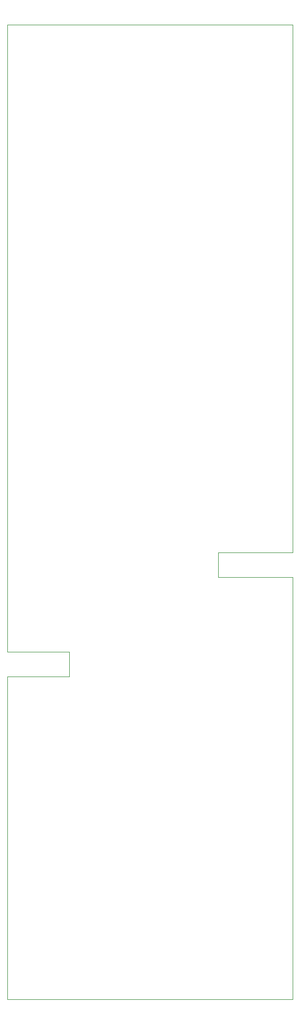
<source format=gm1>
G04 #@! TF.GenerationSoftware,KiCad,Pcbnew,6.0.4-6f826c9f35~116~ubuntu20.04.1*
G04 #@! TF.CreationDate,2022-04-19T20:07:37-04:00*
G04 #@! TF.ProjectId,arpenvfol,61727065-6e76-4666-9f6c-2e6b69636164,rev?*
G04 #@! TF.SameCoordinates,Original*
G04 #@! TF.FileFunction,Profile,NP*
%FSLAX46Y46*%
G04 Gerber Fmt 4.6, Leading zero omitted, Abs format (unit mm)*
G04 Created by KiCad (PCBNEW 6.0.4-6f826c9f35~116~ubuntu20.04.1) date 2022-04-19 20:07:37*
%MOMM*%
%LPD*%
G01*
G04 APERTURE LIST*
G04 #@! TA.AperFunction,Profile*
%ADD10C,0.100000*%
G04 #@! TD*
G04 APERTURE END LIST*
D10*
X111000000Y-112000000D02*
X111000000Y-116000000D01*
X123000000Y-27000000D02*
X77000000Y-27000000D01*
X87000000Y-128000000D02*
X77000000Y-128000000D01*
X123000000Y-112000000D02*
X123000000Y-27000000D01*
X87000000Y-132000000D02*
X77000000Y-132000000D01*
X111000000Y-116000000D02*
X123000000Y-116000000D01*
X87000000Y-128000000D02*
X87000000Y-132000000D01*
X123000000Y-184000000D02*
X123000000Y-116000000D01*
X77000000Y-132000000D02*
X77000000Y-184000000D01*
X123000000Y-112000000D02*
X111000000Y-112000000D01*
X77000000Y-128000000D02*
X77000000Y-128000000D01*
X77000000Y-27000000D02*
X77000000Y-128000000D01*
X77000000Y-184000000D02*
X123000000Y-184000000D01*
M02*

</source>
